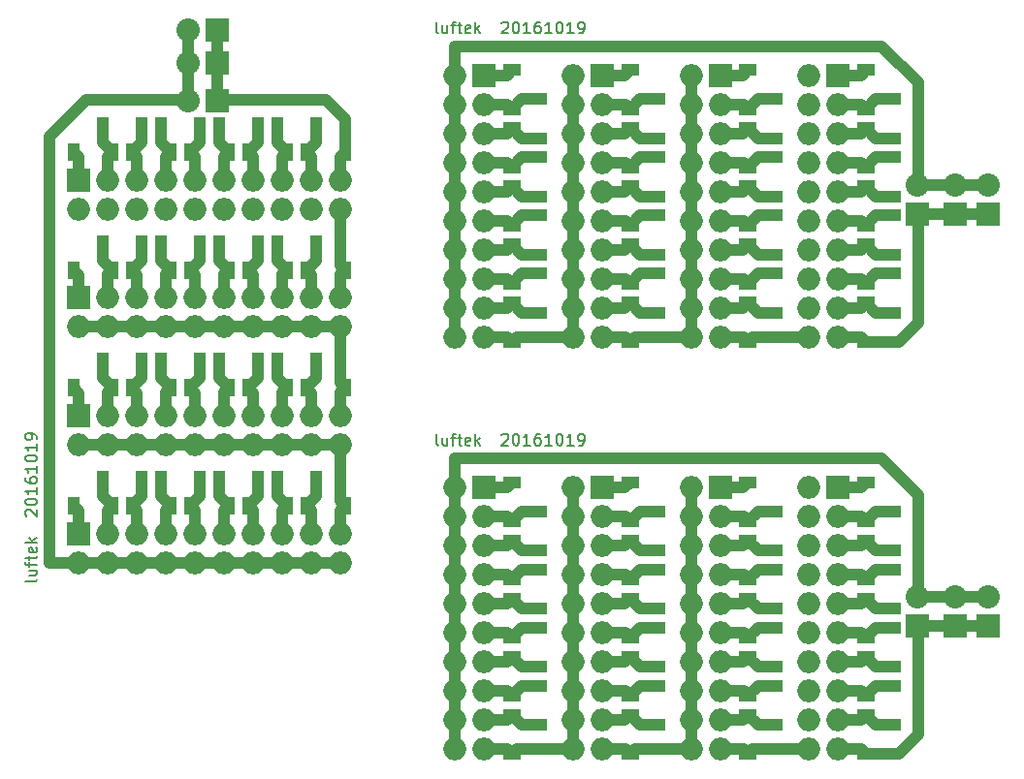
<source format=gtl>
%MOIN*%
%OFA0B0*%
%FSLAX46Y46*%
%IPPOS*%
%LPD*%
%ADD10C,0.005905511811023622*%
%ADD11R,0.062992125984251982X0.03937007874015748*%
%ADD12O,0.07874015748031496X0.07874015748031496*%
%ADD13R,0.07874015748031496X0.07874015748031496*%
%ADD14R,0.08X0.08*%
%ADD15O,0.08X0.08*%
%ADD16C,0.03937007874015748*%
%ADD27C,0.005905511811023622*%
%ADD28R,0.062992125984251982X0.03937007874015748*%
%ADD29O,0.07874015748031496X0.07874015748031496*%
%ADD30R,0.07874015748031496X0.07874015748031496*%
%ADD31R,0.08X0.08*%
%ADD32O,0.08X0.08*%
%ADD33C,0.03937007874015748*%
%ADD44C,0.005905511811023622*%
%ADD45R,0.03937007874015748X0.062992125984251982*%
%ADD46O,0.07874015748031496X0.07874015748031496*%
%ADD47R,0.07874015748031496X0.07874015748031496*%
%ADD48R,0.08X0.08*%
%ADD49O,0.08X0.08*%
%ADD50C,0.03937007874015748*%
%LPD*%
G01G01*
D10*
X0001993719Y0002456599D02*
X0001989970Y0002458473D01*
X0001988095Y0002462223D01*
X0001988095Y0002495969D01*
X0002025590Y0002482845D02*
X0002025590Y0002456599D01*
X0002008717Y0002482845D02*
X0002008717Y0002462223D01*
X0002010592Y0002458473D01*
X0002014341Y0002456599D01*
X0002019966Y0002456599D01*
X0002023715Y0002458473D01*
X0002025590Y0002460348D01*
X0002038713Y0002482845D02*
X0002053712Y0002482845D01*
X0002044338Y0002456599D02*
X0002044338Y0002490344D01*
X0002046212Y0002494094D01*
X0002049962Y0002495969D01*
X0002053712Y0002495969D01*
X0002061211Y0002482845D02*
X0002076209Y0002482845D01*
X0002066835Y0002495969D02*
X0002066835Y0002462223D01*
X0002068710Y0002458473D01*
X0002072459Y0002456599D01*
X0002076209Y0002456599D01*
X0002104330Y0002458473D02*
X0002100581Y0002456599D01*
X0002093082Y0002456599D01*
X0002089332Y0002458473D01*
X0002087457Y0002462223D01*
X0002087457Y0002477221D01*
X0002089332Y0002480971D01*
X0002093082Y0002482845D01*
X0002100581Y0002482845D01*
X0002104330Y0002480971D01*
X0002106205Y0002477221D01*
X0002106205Y0002473472D01*
X0002087457Y0002469722D01*
X0002123078Y0002456599D02*
X0002123078Y0002495969D01*
X0002126827Y0002471597D02*
X0002138076Y0002456599D01*
X0002138076Y0002482845D02*
X0002123078Y0002467847D01*
X0002213067Y0002492219D02*
X0002214941Y0002494094D01*
X0002218691Y0002495969D01*
X0002228065Y0002495969D01*
X0002231814Y0002494094D01*
X0002233689Y0002492219D01*
X0002235564Y0002488470D01*
X0002235564Y0002484720D01*
X0002233689Y0002479096D01*
X0002211192Y0002456599D01*
X0002235564Y0002456599D01*
X0002259936Y0002495969D02*
X0002263685Y0002495969D01*
X0002267435Y0002494094D01*
X0002269310Y0002492219D01*
X0002271184Y0002488470D01*
X0002273059Y0002480971D01*
X0002273059Y0002471597D01*
X0002271184Y0002464098D01*
X0002269310Y0002460348D01*
X0002267435Y0002458473D01*
X0002263685Y0002456599D01*
X0002259936Y0002456599D01*
X0002256186Y0002458473D01*
X0002254311Y0002460348D01*
X0002252437Y0002464098D01*
X0002250562Y0002471597D01*
X0002250562Y0002480971D01*
X0002252437Y0002488470D01*
X0002254311Y0002492219D01*
X0002256186Y0002494094D01*
X0002259936Y0002495969D01*
X0002310554Y0002456599D02*
X0002288057Y0002456599D01*
X0002299306Y0002456599D02*
X0002299306Y0002495969D01*
X0002295556Y0002490344D01*
X0002291807Y0002486595D01*
X0002288057Y0002484720D01*
X0002344300Y0002495969D02*
X0002336801Y0002495969D01*
X0002333052Y0002494094D01*
X0002331177Y0002492219D01*
X0002327427Y0002486595D01*
X0002325553Y0002479096D01*
X0002325553Y0002464098D01*
X0002327427Y0002460348D01*
X0002329302Y0002458473D01*
X0002333052Y0002456599D01*
X0002340551Y0002456599D01*
X0002344300Y0002458473D01*
X0002346175Y0002460348D01*
X0002348050Y0002464098D01*
X0002348050Y0002473472D01*
X0002346175Y0002477221D01*
X0002344300Y0002479096D01*
X0002340551Y0002480971D01*
X0002333052Y0002480971D01*
X0002329302Y0002479096D01*
X0002327427Y0002477221D01*
X0002325553Y0002473472D01*
X0002385545Y0002456599D02*
X0002363048Y0002456599D01*
X0002374296Y0002456599D02*
X0002374296Y0002495969D01*
X0002370547Y0002490344D01*
X0002366797Y0002486595D01*
X0002363048Y0002484720D01*
X0002409917Y0002495969D02*
X0002413667Y0002495969D01*
X0002417416Y0002494094D01*
X0002419291Y0002492219D01*
X0002421166Y0002488470D01*
X0002423040Y0002480971D01*
X0002423040Y0002471597D01*
X0002421166Y0002464098D01*
X0002419291Y0002460348D01*
X0002417416Y0002458473D01*
X0002413667Y0002456599D01*
X0002409917Y0002456599D01*
X0002406167Y0002458473D01*
X0002404293Y0002460348D01*
X0002402418Y0002464098D01*
X0002400543Y0002471597D01*
X0002400543Y0002480971D01*
X0002402418Y0002488470D01*
X0002404293Y0002492219D01*
X0002406167Y0002494094D01*
X0002409917Y0002495969D01*
X0002460536Y0002456599D02*
X0002438038Y0002456599D01*
X0002449287Y0002456599D02*
X0002449287Y0002495969D01*
X0002445538Y0002490344D01*
X0002441788Y0002486595D01*
X0002438038Y0002484720D01*
X0002479283Y0002456599D02*
X0002486782Y0002456599D01*
X0002490532Y0002458473D01*
X0002492407Y0002460348D01*
X0002496156Y0002465973D01*
X0002498031Y0002473472D01*
X0002498031Y0002488470D01*
X0002496156Y0002492219D01*
X0002494281Y0002494094D01*
X0002490532Y0002495969D01*
X0002483033Y0002495969D01*
X0002479283Y0002494094D01*
X0002477409Y0002492219D01*
X0002475534Y0002488470D01*
X0002475534Y0002479096D01*
X0002477409Y0002475346D01*
X0002479283Y0002473472D01*
X0002483033Y0002471597D01*
X0002490532Y0002471597D01*
X0002494281Y0002473472D01*
X0002496156Y0002475346D01*
X0002498031Y0002479096D01*
D11*
X0002654171Y0002129579D03*
X0002654171Y0001995721D03*
X0002248856Y0001395721D03*
X0002248856Y0001529579D03*
D12*
X0003268856Y0001411705D03*
X0003368856Y0001411705D03*
X0003268856Y0001511705D03*
X0003368856Y0001511705D03*
X0003268856Y0001611705D03*
X0003368856Y0001611705D03*
X0003268856Y0001711705D03*
X0003368856Y0001711705D03*
X0003268856Y0001811705D03*
X0003368856Y0001811705D03*
X0003268856Y0001911705D03*
X0003368856Y0001911705D03*
X0003268856Y0002011705D03*
X0003368856Y0002011705D03*
X0003268856Y0002111705D03*
X0003368856Y0002111705D03*
X0003268856Y0002211705D03*
X0003368856Y0002211705D03*
X0003268856Y0002311705D03*
D13*
X0003368856Y0002311705D03*
D11*
X0003554800Y0001829579D03*
X0003554800Y0001695721D03*
X0003464800Y0001595721D03*
X0003464800Y0001729579D03*
X0003554800Y0001495721D03*
X0003554800Y0001629579D03*
X0003464800Y0001529579D03*
X0003464800Y0001395721D03*
X0003554800Y0002229579D03*
X0003554800Y0002095721D03*
X0003464800Y0001995721D03*
X0003464800Y0002129579D03*
X0003554800Y0001895721D03*
X0003554800Y0002029579D03*
X0003464800Y0001929579D03*
X0003464800Y0001795721D03*
X0003464800Y0002329579D03*
X0003464800Y0002195721D03*
D13*
X0002963541Y0002311705D03*
D12*
X0002863541Y0002311705D03*
X0002963541Y0002211705D03*
X0002863541Y0002211705D03*
X0002963541Y0002111705D03*
X0002863541Y0002111705D03*
X0002963541Y0002011705D03*
X0002863541Y0002011705D03*
X0002963541Y0001911705D03*
X0002863541Y0001911705D03*
X0002963541Y0001811705D03*
X0002863541Y0001811705D03*
X0002963541Y0001711705D03*
X0002863541Y0001711705D03*
X0002963541Y0001611705D03*
X0002863541Y0001611705D03*
X0002963541Y0001511705D03*
X0002863541Y0001511705D03*
X0002963541Y0001411705D03*
X0002863541Y0001411705D03*
D11*
X0003149485Y0001695721D03*
X0003149485Y0001829579D03*
X0003059485Y0001729579D03*
X0003059485Y0001595721D03*
X0003149485Y0001629579D03*
X0003149485Y0001495721D03*
X0003059485Y0001395721D03*
X0003059485Y0001529579D03*
X0003149485Y0002095721D03*
X0003149485Y0002229579D03*
X0003059485Y0002129579D03*
X0003059485Y0001995721D03*
X0003149485Y0002029579D03*
X0003149485Y0001895721D03*
X0003059485Y0001795721D03*
X0003059485Y0001929579D03*
X0003059485Y0002195721D03*
X0003059485Y0002329579D03*
D13*
X0002558226Y0002311705D03*
D12*
X0002458226Y0002311705D03*
X0002558226Y0002211705D03*
X0002458226Y0002211705D03*
X0002558226Y0002111705D03*
X0002458226Y0002111705D03*
X0002558226Y0002011705D03*
X0002458226Y0002011705D03*
X0002558226Y0001911705D03*
X0002458226Y0001911705D03*
X0002558226Y0001811705D03*
X0002458226Y0001811705D03*
X0002558226Y0001711705D03*
X0002458226Y0001711705D03*
X0002558226Y0001611705D03*
X0002458226Y0001611705D03*
X0002558226Y0001511705D03*
X0002458226Y0001511705D03*
X0002558226Y0001411705D03*
X0002458226Y0001411705D03*
D11*
X0002744171Y0001695721D03*
X0002744171Y0001829579D03*
X0002654171Y0001729579D03*
X0002654171Y0001595721D03*
X0002744171Y0001629579D03*
X0002744171Y0001495721D03*
X0002654171Y0001395721D03*
X0002654171Y0001529579D03*
X0002744171Y0002095721D03*
X0002744171Y0002229579D03*
X0002744171Y0002029579D03*
X0002744171Y0001895721D03*
X0002654171Y0001795721D03*
X0002654171Y0001929579D03*
X0002654171Y0002195721D03*
X0002654171Y0002329579D03*
X0002338856Y0002095721D03*
X0002338856Y0002229579D03*
X0002338856Y0002029579D03*
X0002338856Y0001895721D03*
X0002338856Y0001695721D03*
X0002338856Y0001829579D03*
X0002338856Y0001629579D03*
X0002338856Y0001495721D03*
X0002248856Y0002195721D03*
X0002248856Y0002329579D03*
X0002248856Y0002129579D03*
X0002248856Y0001995721D03*
X0002248856Y0001795721D03*
X0002248856Y0001929579D03*
X0002248856Y0001729579D03*
X0002248856Y0001595721D03*
D13*
X0002152911Y0002311705D03*
D12*
X0002052911Y0002311705D03*
X0002152911Y0002211705D03*
X0002052911Y0002211705D03*
X0002152911Y0002111705D03*
X0002052911Y0002111705D03*
X0002152911Y0002011705D03*
X0002052911Y0002011705D03*
X0002152911Y0001911705D03*
X0002052911Y0001911705D03*
X0002152911Y0001811705D03*
X0002052911Y0001811705D03*
X0002152911Y0001711705D03*
X0002052911Y0001711705D03*
X0002152911Y0001611705D03*
X0002052911Y0001611705D03*
X0002152911Y0001511705D03*
X0002052911Y0001511705D03*
X0002152911Y0001411705D03*
X0002052911Y0001411705D03*
D14*
X0003641732Y0001835039D03*
D15*
X0003641732Y0001935039D03*
X0003770866Y0001934645D03*
D14*
X0003770866Y0001834645D03*
X0003885433Y0001834645D03*
D15*
X0003885433Y0001934645D03*
D16*
X0002152911Y0002311705D02*
X0002230982Y0002311705D01*
X0002230982Y0002311705D02*
X0002248856Y0002329579D01*
X0003643800Y0002286750D02*
X0003643800Y0001960529D01*
X0003518800Y0002411750D02*
X0003643800Y0002286750D01*
X0002052911Y0002411695D02*
X0003487299Y0002411695D01*
X0003487299Y0002411695D02*
X0003487354Y0002411750D01*
X0003487354Y0002411750D02*
X0003518800Y0002411750D01*
X0002052911Y0002311705D02*
X0002052911Y0002411695D01*
X0003643800Y0001960529D02*
X0003645669Y0001958661D01*
X0003645669Y0001958661D02*
X0003669291Y0001935039D01*
X0003770866Y0001934645D02*
X0003885433Y0001934645D01*
X0003641732Y0001935039D02*
X0003770866Y0001934645D01*
X0002052911Y0002211705D02*
X0002052911Y0002311705D01*
X0002052911Y0002111705D02*
X0002052911Y0002211705D01*
X0002052911Y0002011705D02*
X0002052911Y0002111705D01*
X0002052911Y0001911705D02*
X0002052911Y0002011705D01*
X0002052911Y0001811705D02*
X0002052911Y0001911705D01*
X0002052911Y0001711705D02*
X0002052911Y0001811705D01*
X0002052911Y0001611705D02*
X0002052911Y0001711705D01*
X0002052911Y0001511705D02*
X0002052911Y0001611705D01*
X0002052911Y0001411705D02*
X0002052911Y0001511705D01*
X0002558226Y0002311705D02*
X0002636297Y0002311705D01*
X0002636297Y0002311705D02*
X0002654171Y0002329579D01*
X0002963541Y0002311705D02*
X0003041611Y0002311705D01*
X0003041611Y0002311705D02*
X0003059485Y0002329579D01*
X0003368856Y0002311705D02*
X0003446926Y0002311705D01*
X0003446926Y0002311705D02*
X0003464800Y0002329579D01*
X0002338856Y0002229579D02*
X0002282714Y0002229579D01*
X0002282714Y0002229579D02*
X0002248856Y0002195721D01*
X0002152911Y0002211705D02*
X0002232871Y0002211705D01*
X0002232871Y0002211705D02*
X0002248856Y0002195721D01*
X0002152911Y0002111705D02*
X0002230982Y0002111705D01*
X0002230982Y0002111705D02*
X0002248856Y0002129579D01*
X0002338856Y0002095721D02*
X0002282714Y0002095721D01*
X0002282714Y0002095721D02*
X0002248856Y0002129579D01*
X0002338856Y0002029579D02*
X0002282714Y0002029579D01*
X0002282714Y0002029579D02*
X0002248856Y0001995721D01*
X0002152911Y0002011705D02*
X0002232871Y0002011705D01*
X0002232871Y0002011705D02*
X0002248856Y0001995721D01*
X0002152911Y0001911705D02*
X0002230982Y0001911705D01*
X0002230982Y0001911705D02*
X0002248856Y0001929579D01*
X0002338856Y0001895721D02*
X0002282714Y0001895721D01*
X0002282714Y0001895721D02*
X0002248856Y0001929579D01*
X0002338856Y0001829579D02*
X0002282714Y0001829579D01*
X0002282714Y0001829579D02*
X0002248856Y0001795721D01*
X0002152911Y0001811705D02*
X0002232871Y0001811705D01*
X0002232871Y0001811705D02*
X0002248856Y0001795721D01*
X0002152911Y0001711705D02*
X0002230982Y0001711705D01*
X0002230982Y0001711705D02*
X0002248856Y0001729579D01*
X0002338856Y0001695721D02*
X0002282714Y0001695721D01*
X0002282714Y0001695721D02*
X0002248856Y0001729579D01*
X0002338856Y0001629579D02*
X0002282714Y0001629579D01*
X0002282714Y0001629579D02*
X0002248856Y0001595721D01*
X0002152911Y0001611705D02*
X0002232871Y0001611705D01*
X0002232871Y0001611705D02*
X0002248856Y0001595721D01*
X0002152911Y0001511705D02*
X0002230982Y0001511705D01*
X0002230982Y0001511705D02*
X0002248856Y0001529579D01*
X0002338856Y0001495721D02*
X0002282714Y0001495721D01*
X0002282714Y0001495721D02*
X0002248856Y0001529579D01*
X0002458226Y0001411705D02*
X0002264840Y0001411705D01*
X0002458226Y0002311705D02*
X0002458226Y0001411705D01*
X0002264840Y0001411705D02*
X0002248856Y0001395721D01*
X0002152911Y0001411705D02*
X0002232871Y0001411705D01*
X0002232871Y0001411705D02*
X0002248856Y0001395721D01*
X0002558226Y0002211705D02*
X0002638186Y0002211705D01*
X0002638186Y0002211705D02*
X0002654171Y0002195721D01*
X0002744171Y0002229579D02*
X0002688029Y0002229579D01*
X0002688029Y0002229579D02*
X0002654171Y0002195721D01*
X0002558226Y0002111705D02*
X0002636297Y0002111705D01*
X0002636297Y0002111705D02*
X0002654171Y0002129579D01*
X0002744171Y0002095721D02*
X0002688029Y0002095721D01*
X0002688029Y0002095721D02*
X0002654171Y0002129579D01*
X0002558226Y0002011705D02*
X0002638186Y0002011705D01*
X0002638186Y0002011705D02*
X0002654171Y0001995721D01*
X0002744171Y0002029579D02*
X0002688029Y0002029579D01*
X0002688029Y0002029579D02*
X0002654171Y0001995721D01*
X0002558226Y0001911705D02*
X0002636297Y0001911705D01*
X0002636297Y0001911705D02*
X0002654171Y0001929579D01*
X0002744171Y0001895721D02*
X0002688029Y0001895721D01*
X0002688029Y0001895721D02*
X0002654171Y0001929579D01*
X0002558226Y0001811705D02*
X0002638186Y0001811705D01*
X0002638186Y0001811705D02*
X0002654171Y0001795721D01*
X0002744171Y0001829579D02*
X0002688029Y0001829579D01*
X0002688029Y0001829579D02*
X0002654171Y0001795721D01*
X0002558226Y0001711705D02*
X0002636297Y0001711705D01*
X0002636297Y0001711705D02*
X0002654171Y0001729579D01*
X0002744171Y0001695721D02*
X0002688029Y0001695721D01*
X0002688029Y0001695721D02*
X0002654171Y0001729579D01*
X0002558226Y0001611705D02*
X0002638186Y0001611705D01*
X0002638186Y0001611705D02*
X0002654171Y0001595721D01*
X0002744171Y0001629579D02*
X0002688029Y0001629579D01*
X0002688029Y0001629579D02*
X0002654171Y0001595721D01*
X0002558226Y0001511705D02*
X0002636297Y0001511705D01*
X0002636297Y0001511705D02*
X0002654171Y0001529579D01*
X0002744171Y0001495721D02*
X0002688029Y0001495721D01*
X0002688029Y0001495721D02*
X0002654171Y0001529579D01*
X0002863541Y0001411705D02*
X0002670155Y0001411705D01*
X0002863541Y0001911705D02*
X0002863541Y0001411705D01*
X0002863541Y0002011705D02*
X0002863541Y0001911705D01*
X0002863541Y0002111705D02*
X0002863541Y0002011705D01*
X0002863541Y0002211705D02*
X0002863541Y0002111705D01*
X0002863541Y0002311705D02*
X0002863541Y0002211705D01*
X0002670155Y0001411705D02*
X0002654171Y0001395721D01*
X0002558226Y0001411705D02*
X0002638186Y0001411705D01*
X0002638186Y0001411705D02*
X0002654171Y0001395721D01*
X0003149485Y0002229579D02*
X0003093344Y0002229579D01*
X0003093344Y0002229579D02*
X0003059485Y0002195721D01*
X0002963541Y0002211705D02*
X0003043501Y0002211705D01*
X0003043501Y0002211705D02*
X0003059485Y0002195721D01*
X0003149485Y0002095721D02*
X0003093344Y0002095721D01*
X0003093344Y0002095721D02*
X0003059485Y0002129579D01*
X0002963541Y0002111705D02*
X0003041611Y0002111705D01*
X0003041611Y0002111705D02*
X0003059485Y0002129579D01*
X0003149485Y0002029579D02*
X0003093344Y0002029579D01*
X0003093344Y0002029579D02*
X0003059485Y0001995721D01*
X0002963541Y0002011705D02*
X0003043501Y0002011705D01*
X0003043501Y0002011705D02*
X0003059485Y0001995721D01*
X0003149485Y0001895721D02*
X0003093344Y0001895721D01*
X0003093344Y0001895721D02*
X0003059485Y0001929579D01*
X0002963541Y0001911705D02*
X0003041611Y0001911705D01*
X0003041611Y0001911705D02*
X0003059485Y0001929579D01*
X0003149485Y0001829579D02*
X0003093344Y0001829579D01*
X0003093344Y0001829579D02*
X0003059485Y0001795721D01*
X0002963541Y0001811705D02*
X0003043501Y0001811705D01*
X0003043501Y0001811705D02*
X0003059485Y0001795721D01*
X0003149485Y0001695721D02*
X0003093344Y0001695721D01*
X0003093344Y0001695721D02*
X0003059485Y0001729579D01*
X0002963541Y0001711705D02*
X0003041611Y0001711705D01*
X0003041611Y0001711705D02*
X0003059485Y0001729579D01*
X0003149485Y0001629579D02*
X0003093344Y0001629579D01*
X0003093344Y0001629579D02*
X0003059485Y0001595721D01*
X0002963541Y0001611705D02*
X0003043501Y0001611705D01*
X0003043501Y0001611705D02*
X0003059485Y0001595721D01*
X0003149485Y0001495721D02*
X0003093344Y0001495721D01*
X0003093344Y0001495721D02*
X0003059485Y0001529579D01*
X0002963541Y0001511705D02*
X0003041611Y0001511705D01*
X0003041611Y0001511705D02*
X0003059485Y0001529579D01*
X0003268856Y0001411705D02*
X0003075470Y0001411705D01*
X0003075470Y0001411705D02*
X0003059485Y0001395721D01*
X0002963541Y0001411705D02*
X0003043501Y0001411705D01*
X0003043501Y0001411705D02*
X0003059485Y0001395721D01*
X0003554800Y0002229579D02*
X0003498659Y0002229579D01*
X0003498659Y0002229579D02*
X0003464800Y0002195721D01*
X0003368856Y0002211705D02*
X0003448816Y0002211705D01*
X0003448816Y0002211705D02*
X0003464800Y0002195721D01*
X0003554800Y0002095721D02*
X0003498659Y0002095721D01*
X0003498659Y0002095721D02*
X0003464800Y0002129579D01*
X0003368856Y0002111705D02*
X0003446926Y0002111705D01*
X0003446926Y0002111705D02*
X0003464800Y0002129579D01*
X0003554800Y0002029579D02*
X0003498659Y0002029579D01*
X0003498659Y0002029579D02*
X0003464800Y0001995721D01*
X0003368856Y0002011705D02*
X0003448816Y0002011705D01*
X0003448816Y0002011705D02*
X0003464800Y0001995721D01*
X0003554800Y0001895721D02*
X0003498659Y0001895721D01*
X0003498659Y0001895721D02*
X0003464800Y0001929579D01*
X0003368856Y0001911705D02*
X0003446926Y0001911705D01*
X0003446926Y0001911705D02*
X0003464800Y0001929579D01*
X0003554800Y0001829579D02*
X0003498659Y0001829579D01*
X0003498659Y0001829579D02*
X0003464800Y0001795721D01*
X0003368856Y0001811705D02*
X0003448816Y0001811705D01*
X0003448816Y0001811705D02*
X0003464800Y0001795721D01*
X0003554800Y0001695721D02*
X0003498659Y0001695721D01*
X0003498659Y0001695721D02*
X0003464800Y0001729579D01*
X0003368856Y0001711705D02*
X0003446926Y0001711705D01*
X0003446926Y0001711705D02*
X0003464800Y0001729579D01*
X0003554800Y0001629579D02*
X0003498659Y0001629579D01*
X0003498659Y0001629579D02*
X0003464800Y0001595721D01*
X0003368856Y0001611705D02*
X0003448816Y0001611705D01*
X0003448816Y0001611705D02*
X0003464800Y0001595721D01*
X0003554800Y0001495721D02*
X0003498659Y0001495721D01*
X0003498659Y0001495721D02*
X0003464800Y0001529579D01*
X0003368856Y0001511705D02*
X0003446926Y0001511705D01*
X0003446926Y0001511705D02*
X0003464800Y0001529579D01*
X0003464800Y0001395721D02*
X0003577771Y0001395721D01*
X0003577771Y0001395721D02*
X0003643800Y0001461750D01*
X0003643800Y0001461750D02*
X0003643800Y0001809549D01*
X0003643800Y0001809549D02*
X0003669291Y0001835039D01*
X0003770866Y0001834645D02*
X0003885433Y0001834645D01*
X0003641732Y0001835039D02*
X0003770866Y0001834645D01*
X0003368856Y0001411705D02*
X0003448816Y0001411705D01*
X0003448816Y0001411705D02*
X0003464800Y0001395721D01*
G04 next file*
G01G01G01G01*
D27*
X0001993719Y0003873922D02*
X0001989970Y0003875796D01*
X0001988095Y0003879546D01*
X0001988095Y0003913292D01*
X0002025589Y0003900168D02*
X0002025589Y0003873922D01*
X0002008716Y0003900168D02*
X0002008716Y0003879546D01*
X0002010592Y0003875796D01*
X0002014341Y0003873922D01*
X0002019966Y0003873922D01*
X0002023715Y0003875796D01*
X0002025589Y0003877671D01*
X0002038713Y0003900168D02*
X0002053712Y0003900168D01*
X0002044338Y0003873922D02*
X0002044338Y0003907667D01*
X0002046212Y0003911417D01*
X0002049961Y0003913292D01*
X0002053712Y0003913292D01*
X0002061211Y0003900168D02*
X0002076209Y0003900168D01*
X0002066835Y0003913292D02*
X0002066835Y0003879546D01*
X0002068709Y0003875796D01*
X0002072458Y0003873922D01*
X0002076209Y0003873922D01*
X0002104330Y0003875796D02*
X0002100581Y0003873922D01*
X0002093082Y0003873922D01*
X0002089332Y0003875796D01*
X0002087457Y0003879546D01*
X0002087457Y0003894544D01*
X0002089332Y0003898293D01*
X0002093082Y0003900168D01*
X0002100581Y0003900168D01*
X0002104330Y0003898293D01*
X0002106205Y0003894544D01*
X0002106205Y0003890793D01*
X0002087457Y0003887045D01*
X0002123078Y0003873922D02*
X0002123078Y0003913292D01*
X0002126827Y0003888920D02*
X0002138076Y0003873922D01*
X0002138076Y0003900168D02*
X0002123078Y0003885170D01*
X0002213067Y0003909542D02*
X0002214941Y0003911417D01*
X0002218691Y0003913292D01*
X0002228065Y0003913292D01*
X0002231814Y0003911417D01*
X0002233689Y0003909542D01*
X0002235564Y0003905793D01*
X0002235564Y0003902042D01*
X0002233689Y0003896419D01*
X0002211192Y0003873922D01*
X0002235564Y0003873922D01*
X0002259936Y0003913292D02*
X0002263685Y0003913292D01*
X0002267435Y0003911417D01*
X0002269310Y0003909542D01*
X0002271184Y0003905793D01*
X0002273059Y0003898293D01*
X0002273059Y0003888920D01*
X0002271184Y0003881421D01*
X0002269310Y0003877671D01*
X0002267435Y0003875796D01*
X0002263685Y0003873922D01*
X0002259936Y0003873922D01*
X0002256186Y0003875796D01*
X0002254311Y0003877671D01*
X0002252437Y0003881421D01*
X0002250562Y0003888920D01*
X0002250562Y0003898293D01*
X0002252437Y0003905793D01*
X0002254311Y0003909542D01*
X0002256186Y0003911417D01*
X0002259936Y0003913292D01*
X0002310554Y0003873922D02*
X0002288057Y0003873922D01*
X0002299306Y0003873922D02*
X0002299306Y0003913292D01*
X0002295556Y0003907667D01*
X0002291807Y0003903918D01*
X0002288057Y0003902042D01*
X0002344300Y0003913292D02*
X0002336801Y0003913292D01*
X0002333052Y0003911417D01*
X0002331177Y0003909542D01*
X0002327427Y0003903918D01*
X0002325553Y0003896419D01*
X0002325553Y0003881421D01*
X0002327427Y0003877671D01*
X0002329302Y0003875796D01*
X0002333052Y0003873922D01*
X0002340551Y0003873922D01*
X0002344300Y0003875796D01*
X0002346175Y0003877671D01*
X0002348050Y0003881421D01*
X0002348050Y0003890793D01*
X0002346175Y0003894544D01*
X0002344300Y0003896419D01*
X0002340551Y0003898293D01*
X0002333052Y0003898293D01*
X0002329302Y0003896419D01*
X0002327427Y0003894544D01*
X0002325553Y0003890793D01*
X0002385545Y0003873922D02*
X0002363048Y0003873922D01*
X0002374296Y0003873922D02*
X0002374296Y0003913292D01*
X0002370547Y0003907667D01*
X0002366797Y0003903918D01*
X0002363048Y0003902042D01*
X0002409917Y0003913292D02*
X0002413667Y0003913292D01*
X0002417416Y0003911417D01*
X0002419291Y0003909542D01*
X0002421166Y0003905793D01*
X0002423040Y0003898293D01*
X0002423040Y0003888920D01*
X0002421166Y0003881421D01*
X0002419291Y0003877671D01*
X0002417416Y0003875796D01*
X0002413667Y0003873922D01*
X0002409917Y0003873922D01*
X0002406167Y0003875796D01*
X0002404293Y0003877671D01*
X0002402418Y0003881421D01*
X0002400543Y0003888920D01*
X0002400543Y0003898293D01*
X0002402418Y0003905793D01*
X0002404293Y0003909542D01*
X0002406167Y0003911417D01*
X0002409917Y0003913292D01*
X0002460536Y0003873922D02*
X0002438038Y0003873922D01*
X0002449287Y0003873922D02*
X0002449287Y0003913292D01*
X0002445538Y0003907667D01*
X0002441788Y0003903918D01*
X0002438038Y0003902042D01*
X0002479283Y0003873922D02*
X0002486782Y0003873922D01*
X0002490532Y0003875796D01*
X0002492407Y0003877671D01*
X0002496156Y0003883295D01*
X0002498031Y0003890793D01*
X0002498031Y0003905793D01*
X0002496156Y0003909542D01*
X0002494281Y0003911417D01*
X0002490532Y0003913292D01*
X0002483033Y0003913292D01*
X0002479283Y0003911417D01*
X0002477409Y0003909542D01*
X0002475534Y0003905793D01*
X0002475534Y0003896419D01*
X0002477409Y0003892669D01*
X0002479283Y0003890793D01*
X0002483033Y0003888920D01*
X0002490532Y0003888920D01*
X0002494281Y0003890793D01*
X0002496156Y0003892669D01*
X0002498031Y0003896419D01*
D28*
X0002654171Y0003546902D03*
X0002654171Y0003413044D03*
X0002248856Y0002813044D03*
X0002248856Y0002946901D03*
D29*
X0003268856Y0002829028D03*
X0003368856Y0002829028D03*
X0003268856Y0002929028D03*
X0003368856Y0002929028D03*
X0003268856Y0003029028D03*
X0003368856Y0003029028D03*
X0003268856Y0003129028D03*
X0003368856Y0003129028D03*
X0003268856Y0003229028D03*
X0003368856Y0003229028D03*
X0003268856Y0003329028D03*
X0003368856Y0003329028D03*
X0003268856Y0003429027D03*
X0003368856Y0003429027D03*
X0003268856Y0003529027D03*
X0003368856Y0003529027D03*
X0003268856Y0003629028D03*
X0003368856Y0003629028D03*
X0003268856Y0003729028D03*
D30*
X0003368856Y0003729028D03*
D28*
X0003554800Y0003246902D03*
X0003554800Y0003113044D03*
X0003464800Y0003013044D03*
X0003464800Y0003146902D03*
X0003554800Y0002913044D03*
X0003554800Y0003046902D03*
X0003464800Y0002946901D03*
X0003464800Y0002813044D03*
X0003554800Y0003646902D03*
X0003554800Y0003513044D03*
X0003464800Y0003413044D03*
X0003464800Y0003546902D03*
X0003554800Y0003313044D03*
X0003554800Y0003446902D03*
X0003464800Y0003346901D03*
X0003464800Y0003213044D03*
X0003464800Y0003746902D03*
X0003464800Y0003613044D03*
D30*
X0002963541Y0003729028D03*
D29*
X0002863540Y0003729028D03*
X0002963541Y0003629028D03*
X0002863540Y0003629028D03*
X0002963541Y0003529027D03*
X0002863540Y0003529027D03*
X0002963541Y0003429027D03*
X0002863540Y0003429027D03*
X0002963541Y0003329028D03*
X0002863540Y0003329028D03*
X0002963541Y0003229028D03*
X0002863540Y0003229028D03*
X0002963541Y0003129028D03*
X0002863540Y0003129028D03*
X0002963541Y0003029028D03*
X0002863540Y0003029028D03*
X0002963541Y0002929028D03*
X0002863540Y0002929028D03*
X0002963541Y0002829028D03*
X0002863540Y0002829028D03*
D28*
X0003149485Y0003113044D03*
X0003149485Y0003246902D03*
X0003059484Y0003146902D03*
X0003059484Y0003013044D03*
X0003149485Y0003046902D03*
X0003149485Y0002913044D03*
X0003059484Y0002813044D03*
X0003059484Y0002946901D03*
X0003149485Y0003513044D03*
X0003149485Y0003646902D03*
X0003059484Y0003546902D03*
X0003059484Y0003413044D03*
X0003149485Y0003446902D03*
X0003149485Y0003313044D03*
X0003059484Y0003213044D03*
X0003059484Y0003346901D03*
X0003059484Y0003613044D03*
X0003059484Y0003746902D03*
D30*
X0002558226Y0003729028D03*
D29*
X0002458226Y0003729028D03*
X0002558226Y0003629028D03*
X0002458226Y0003629028D03*
X0002558226Y0003529027D03*
X0002458226Y0003529027D03*
X0002558226Y0003429027D03*
X0002458226Y0003429027D03*
X0002558226Y0003329028D03*
X0002458226Y0003329028D03*
X0002558226Y0003229028D03*
X0002458226Y0003229028D03*
X0002558226Y0003129028D03*
X0002458226Y0003129028D03*
X0002558226Y0003029028D03*
X0002458226Y0003029028D03*
X0002558226Y0002929028D03*
X0002458226Y0002929028D03*
X0002558226Y0002829028D03*
X0002458226Y0002829028D03*
D28*
X0002744171Y0003113044D03*
X0002744171Y0003246902D03*
X0002654171Y0003146902D03*
X0002654171Y0003013044D03*
X0002744171Y0003046902D03*
X0002744171Y0002913044D03*
X0002654171Y0002813044D03*
X0002654171Y0002946901D03*
X0002744171Y0003513044D03*
X0002744171Y0003646902D03*
X0002744171Y0003446902D03*
X0002744171Y0003313044D03*
X0002654171Y0003213044D03*
X0002654171Y0003346901D03*
X0002654171Y0003613044D03*
X0002654171Y0003746902D03*
X0002338856Y0003513044D03*
X0002338856Y0003646902D03*
X0002338856Y0003446902D03*
X0002338856Y0003313044D03*
X0002338856Y0003113044D03*
X0002338856Y0003246902D03*
X0002338856Y0003046902D03*
X0002338856Y0002913044D03*
X0002248856Y0003613044D03*
X0002248856Y0003746902D03*
X0002248856Y0003546902D03*
X0002248856Y0003413044D03*
X0002248856Y0003213044D03*
X0002248856Y0003346901D03*
X0002248856Y0003146902D03*
X0002248856Y0003013044D03*
D30*
X0002152911Y0003729028D03*
D29*
X0002052911Y0003729028D03*
X0002152911Y0003629028D03*
X0002052911Y0003629028D03*
X0002152911Y0003529027D03*
X0002052911Y0003529027D03*
X0002152911Y0003429027D03*
X0002052911Y0003429027D03*
X0002152911Y0003329028D03*
X0002052911Y0003329028D03*
X0002152911Y0003229028D03*
X0002052911Y0003229028D03*
X0002152911Y0003129028D03*
X0002052911Y0003129028D03*
X0002152911Y0003029028D03*
X0002052911Y0003029028D03*
X0002152911Y0002929028D03*
X0002052911Y0002929028D03*
X0002152911Y0002829028D03*
X0002052911Y0002829028D03*
D31*
X0003641732Y0003252362D03*
D32*
X0003641732Y0003352362D03*
X0003770866Y0003351968D03*
D31*
X0003770866Y0003251968D03*
X0003885433Y0003251968D03*
D32*
X0003885433Y0003351968D03*
D33*
X0002152911Y0003729028D02*
X0002230982Y0003729028D01*
X0002230982Y0003729028D02*
X0002248856Y0003746902D01*
X0003643800Y0003704073D02*
X0003643800Y0003377852D01*
X0003518800Y0003829073D02*
X0003643800Y0003704073D01*
X0002052911Y0003829018D02*
X0003487299Y0003829018D01*
X0003487299Y0003829018D02*
X0003487354Y0003829073D01*
X0003487354Y0003829073D02*
X0003518800Y0003829073D01*
X0002052911Y0003729028D02*
X0002052911Y0003829018D01*
X0003643800Y0003377852D02*
X0003645669Y0003375984D01*
X0003645669Y0003375984D02*
X0003669291Y0003352362D01*
X0003770866Y0003351968D02*
X0003885433Y0003351968D01*
X0003641732Y0003352362D02*
X0003770866Y0003351968D01*
X0002052911Y0003629028D02*
X0002052911Y0003729028D01*
X0002052911Y0003529027D02*
X0002052911Y0003629028D01*
X0002052911Y0003429027D02*
X0002052911Y0003529027D01*
X0002052911Y0003329028D02*
X0002052911Y0003429027D01*
X0002052911Y0003229028D02*
X0002052911Y0003329028D01*
X0002052911Y0003129028D02*
X0002052911Y0003229028D01*
X0002052911Y0003029028D02*
X0002052911Y0003129028D01*
X0002052911Y0002929028D02*
X0002052911Y0003029028D01*
X0002052911Y0002829028D02*
X0002052911Y0002929028D01*
X0002558226Y0003729028D02*
X0002636297Y0003729028D01*
X0002636297Y0003729028D02*
X0002654171Y0003746902D01*
X0002963541Y0003729028D02*
X0003041611Y0003729028D01*
X0003041611Y0003729028D02*
X0003059484Y0003746902D01*
X0003368856Y0003729028D02*
X0003446926Y0003729028D01*
X0003446926Y0003729028D02*
X0003464800Y0003746902D01*
X0002338856Y0003646902D02*
X0002282714Y0003646902D01*
X0002282714Y0003646902D02*
X0002248856Y0003613044D01*
X0002152911Y0003629028D02*
X0002232871Y0003629028D01*
X0002232871Y0003629028D02*
X0002248856Y0003613044D01*
X0002152911Y0003529027D02*
X0002230982Y0003529027D01*
X0002230982Y0003529027D02*
X0002248856Y0003546902D01*
X0002338856Y0003513044D02*
X0002282714Y0003513044D01*
X0002282714Y0003513044D02*
X0002248856Y0003546902D01*
X0002338856Y0003446902D02*
X0002282714Y0003446902D01*
X0002282714Y0003446902D02*
X0002248856Y0003413044D01*
X0002152911Y0003429027D02*
X0002232871Y0003429027D01*
X0002232871Y0003429027D02*
X0002248856Y0003413044D01*
X0002152911Y0003329028D02*
X0002230982Y0003329028D01*
X0002230982Y0003329028D02*
X0002248856Y0003346901D01*
X0002338856Y0003313044D02*
X0002282714Y0003313044D01*
X0002282714Y0003313044D02*
X0002248856Y0003346901D01*
X0002338856Y0003246902D02*
X0002282714Y0003246902D01*
X0002282714Y0003246902D02*
X0002248856Y0003213044D01*
X0002152911Y0003229028D02*
X0002232871Y0003229028D01*
X0002232871Y0003229028D02*
X0002248856Y0003213044D01*
X0002152911Y0003129028D02*
X0002230982Y0003129028D01*
X0002230982Y0003129028D02*
X0002248856Y0003146902D01*
X0002338856Y0003113044D02*
X0002282714Y0003113044D01*
X0002282714Y0003113044D02*
X0002248856Y0003146902D01*
X0002338856Y0003046902D02*
X0002282714Y0003046902D01*
X0002282714Y0003046902D02*
X0002248856Y0003013044D01*
X0002152911Y0003029028D02*
X0002232871Y0003029028D01*
X0002232871Y0003029028D02*
X0002248856Y0003013044D01*
X0002152911Y0002929028D02*
X0002230982Y0002929028D01*
X0002230982Y0002929028D02*
X0002248856Y0002946901D01*
X0002338856Y0002913044D02*
X0002282714Y0002913044D01*
X0002282714Y0002913044D02*
X0002248856Y0002946901D01*
X0002458226Y0002829028D02*
X0002264840Y0002829028D01*
X0002458226Y0003729028D02*
X0002458226Y0002829028D01*
X0002264840Y0002829028D02*
X0002248856Y0002813044D01*
X0002152911Y0002829028D02*
X0002232871Y0002829028D01*
X0002232871Y0002829028D02*
X0002248856Y0002813044D01*
X0002558226Y0003629028D02*
X0002638186Y0003629028D01*
X0002638186Y0003629028D02*
X0002654171Y0003613044D01*
X0002744171Y0003646902D02*
X0002688029Y0003646902D01*
X0002688029Y0003646902D02*
X0002654171Y0003613044D01*
X0002558226Y0003529027D02*
X0002636297Y0003529027D01*
X0002636297Y0003529027D02*
X0002654171Y0003546902D01*
X0002744171Y0003513044D02*
X0002688029Y0003513044D01*
X0002688029Y0003513044D02*
X0002654171Y0003546902D01*
X0002558226Y0003429027D02*
X0002638186Y0003429027D01*
X0002638186Y0003429027D02*
X0002654171Y0003413044D01*
X0002744171Y0003446902D02*
X0002688029Y0003446902D01*
X0002688029Y0003446902D02*
X0002654171Y0003413044D01*
X0002558226Y0003329028D02*
X0002636297Y0003329028D01*
X0002636297Y0003329028D02*
X0002654171Y0003346901D01*
X0002744171Y0003313044D02*
X0002688029Y0003313044D01*
X0002688029Y0003313044D02*
X0002654171Y0003346901D01*
X0002558226Y0003229028D02*
X0002638186Y0003229028D01*
X0002638186Y0003229028D02*
X0002654171Y0003213044D01*
X0002744171Y0003246902D02*
X0002688029Y0003246902D01*
X0002688029Y0003246902D02*
X0002654171Y0003213044D01*
X0002558226Y0003129028D02*
X0002636297Y0003129028D01*
X0002636297Y0003129028D02*
X0002654171Y0003146902D01*
X0002744171Y0003113044D02*
X0002688029Y0003113044D01*
X0002688029Y0003113044D02*
X0002654171Y0003146902D01*
X0002558226Y0003029028D02*
X0002638186Y0003029028D01*
X0002638186Y0003029028D02*
X0002654171Y0003013044D01*
X0002744171Y0003046902D02*
X0002688029Y0003046902D01*
X0002688029Y0003046902D02*
X0002654171Y0003013044D01*
X0002558226Y0002929028D02*
X0002636297Y0002929028D01*
X0002636297Y0002929028D02*
X0002654171Y0002946901D01*
X0002744171Y0002913044D02*
X0002688029Y0002913044D01*
X0002688029Y0002913044D02*
X0002654171Y0002946901D01*
X0002863540Y0002829028D02*
X0002670155Y0002829028D01*
X0002863540Y0003329028D02*
X0002863540Y0002829028D01*
X0002863540Y0003429027D02*
X0002863540Y0003329028D01*
X0002863540Y0003529027D02*
X0002863540Y0003429027D01*
X0002863540Y0003629028D02*
X0002863540Y0003529027D01*
X0002863540Y0003729028D02*
X0002863540Y0003629028D01*
X0002670155Y0002829028D02*
X0002654171Y0002813044D01*
X0002558226Y0002829028D02*
X0002638186Y0002829028D01*
X0002638186Y0002829028D02*
X0002654171Y0002813044D01*
X0003149485Y0003646902D02*
X0003093344Y0003646902D01*
X0003093344Y0003646902D02*
X0003059484Y0003613044D01*
X0002963541Y0003629028D02*
X0003043501Y0003629028D01*
X0003043501Y0003629028D02*
X0003059484Y0003613044D01*
X0003149485Y0003513044D02*
X0003093344Y0003513044D01*
X0003093344Y0003513044D02*
X0003059484Y0003546902D01*
X0002963541Y0003529027D02*
X0003041611Y0003529027D01*
X0003041611Y0003529027D02*
X0003059484Y0003546902D01*
X0003149485Y0003446902D02*
X0003093344Y0003446902D01*
X0003093344Y0003446902D02*
X0003059484Y0003413044D01*
X0002963541Y0003429027D02*
X0003043501Y0003429027D01*
X0003043501Y0003429027D02*
X0003059484Y0003413044D01*
X0003149485Y0003313044D02*
X0003093344Y0003313044D01*
X0003093344Y0003313044D02*
X0003059484Y0003346901D01*
X0002963541Y0003329028D02*
X0003041611Y0003329028D01*
X0003041611Y0003329028D02*
X0003059484Y0003346901D01*
X0003149485Y0003246902D02*
X0003093344Y0003246902D01*
X0003093344Y0003246902D02*
X0003059484Y0003213044D01*
X0002963541Y0003229028D02*
X0003043501Y0003229028D01*
X0003043501Y0003229028D02*
X0003059484Y0003213044D01*
X0003149485Y0003113044D02*
X0003093344Y0003113044D01*
X0003093344Y0003113044D02*
X0003059484Y0003146902D01*
X0002963541Y0003129028D02*
X0003041611Y0003129028D01*
X0003041611Y0003129028D02*
X0003059484Y0003146902D01*
X0003149485Y0003046902D02*
X0003093344Y0003046902D01*
X0003093344Y0003046902D02*
X0003059484Y0003013044D01*
X0002963541Y0003029028D02*
X0003043501Y0003029028D01*
X0003043501Y0003029028D02*
X0003059484Y0003013044D01*
X0003149485Y0002913044D02*
X0003093344Y0002913044D01*
X0003093344Y0002913044D02*
X0003059484Y0002946901D01*
X0002963541Y0002929028D02*
X0003041611Y0002929028D01*
X0003041611Y0002929028D02*
X0003059484Y0002946901D01*
X0003268856Y0002829028D02*
X0003075470Y0002829028D01*
X0003075470Y0002829028D02*
X0003059484Y0002813044D01*
X0002963541Y0002829028D02*
X0003043501Y0002829028D01*
X0003043501Y0002829028D02*
X0003059484Y0002813044D01*
X0003554800Y0003646902D02*
X0003498659Y0003646902D01*
X0003498659Y0003646902D02*
X0003464800Y0003613044D01*
X0003368856Y0003629028D02*
X0003448816Y0003629028D01*
X0003448816Y0003629028D02*
X0003464800Y0003613044D01*
X0003554800Y0003513044D02*
X0003498659Y0003513044D01*
X0003498659Y0003513044D02*
X0003464800Y0003546902D01*
X0003368856Y0003529027D02*
X0003446926Y0003529027D01*
X0003446926Y0003529027D02*
X0003464800Y0003546902D01*
X0003554800Y0003446902D02*
X0003498659Y0003446902D01*
X0003498659Y0003446902D02*
X0003464800Y0003413044D01*
X0003368856Y0003429027D02*
X0003448816Y0003429027D01*
X0003448816Y0003429027D02*
X0003464800Y0003413044D01*
X0003554800Y0003313044D02*
X0003498659Y0003313044D01*
X0003498659Y0003313044D02*
X0003464800Y0003346901D01*
X0003368856Y0003329028D02*
X0003446926Y0003329028D01*
X0003446926Y0003329028D02*
X0003464800Y0003346901D01*
X0003554800Y0003246902D02*
X0003498659Y0003246902D01*
X0003498659Y0003246902D02*
X0003464800Y0003213044D01*
X0003368856Y0003229028D02*
X0003448816Y0003229028D01*
X0003448816Y0003229028D02*
X0003464800Y0003213044D01*
X0003554800Y0003113044D02*
X0003498659Y0003113044D01*
X0003498659Y0003113044D02*
X0003464800Y0003146902D01*
X0003368856Y0003129028D02*
X0003446926Y0003129028D01*
X0003446926Y0003129028D02*
X0003464800Y0003146902D01*
X0003554800Y0003046902D02*
X0003498659Y0003046902D01*
X0003498659Y0003046902D02*
X0003464800Y0003013044D01*
X0003368856Y0003029028D02*
X0003448816Y0003029028D01*
X0003448816Y0003029028D02*
X0003464800Y0003013044D01*
X0003554800Y0002913044D02*
X0003498659Y0002913044D01*
X0003498659Y0002913044D02*
X0003464800Y0002946901D01*
X0003368856Y0002929028D02*
X0003446926Y0002929028D01*
X0003446926Y0002929028D02*
X0003464800Y0002946901D01*
X0003464800Y0002813044D02*
X0003577771Y0002813044D01*
X0003577771Y0002813044D02*
X0003643800Y0002879073D01*
X0003643800Y0002879073D02*
X0003643800Y0003226871D01*
X0003643800Y0003226871D02*
X0003669291Y0003252362D01*
X0003770866Y0003251968D02*
X0003885433Y0003251968D01*
X0003641732Y0003252362D02*
X0003770866Y0003251968D01*
X0003368856Y0002829028D02*
X0003448816Y0002829028D01*
X0003448816Y0002829028D02*
X0003464800Y0002813044D01*
G04 next file*
G04 #@! TF.FileFunction,Copper,L1,Top,Signal*
G04 Gerber Fmt 4.6, Leading zero omitted, Abs format (unit mm)*
G04 Created by KiCad (PCBNEW (2016-10-28 revision 192d4b8)-makepkg) date 11/16/16 20:27:21*
G01G01G01G01*
G04 APERTURE LIST*
G04 APERTURE END LIST*
D44*
X0000614266Y0001993719D02*
X0000612392Y0001989970D01*
X0000608642Y0001988095D01*
X0000574896Y0001988095D01*
X0000588020Y0002025589D02*
X0000614266Y0002025589D01*
X0000588020Y0002008716D02*
X0000608642Y0002008716D01*
X0000612392Y0002010592D01*
X0000614266Y0002014341D01*
X0000614266Y0002019966D01*
X0000612392Y0002023715D01*
X0000610517Y0002025589D01*
X0000588020Y0002038713D02*
X0000588020Y0002053712D01*
X0000614266Y0002044338D02*
X0000580521Y0002044338D01*
X0000576771Y0002046212D01*
X0000574896Y0002049961D01*
X0000574896Y0002053712D01*
X0000588020Y0002061211D02*
X0000588020Y0002076209D01*
X0000574896Y0002066835D02*
X0000608642Y0002066835D01*
X0000612392Y0002068709D01*
X0000614266Y0002072458D01*
X0000614266Y0002076209D01*
X0000612392Y0002104330D02*
X0000614266Y0002100581D01*
X0000614266Y0002093082D01*
X0000612392Y0002089332D01*
X0000608642Y0002087457D01*
X0000593644Y0002087457D01*
X0000589895Y0002089332D01*
X0000588020Y0002093082D01*
X0000588020Y0002100581D01*
X0000589895Y0002104330D01*
X0000593644Y0002106205D01*
X0000597394Y0002106205D01*
X0000601143Y0002087457D01*
X0000614266Y0002123078D02*
X0000574896Y0002123078D01*
X0000599268Y0002126827D02*
X0000614266Y0002138076D01*
X0000588020Y0002138076D02*
X0000603018Y0002123078D01*
X0000578646Y0002213067D02*
X0000576771Y0002214941D01*
X0000574896Y0002218691D01*
X0000574896Y0002228065D01*
X0000576771Y0002231814D01*
X0000578646Y0002233689D01*
X0000582395Y0002235564D01*
X0000586145Y0002235564D01*
X0000591769Y0002233689D01*
X0000614266Y0002211192D01*
X0000614266Y0002235564D01*
X0000574896Y0002259936D02*
X0000574896Y0002263685D01*
X0000576771Y0002267435D01*
X0000578646Y0002269310D01*
X0000582395Y0002271184D01*
X0000589895Y0002273059D01*
X0000599268Y0002273059D01*
X0000606767Y0002271184D01*
X0000610517Y0002269310D01*
X0000612392Y0002267435D01*
X0000614266Y0002263685D01*
X0000614266Y0002259936D01*
X0000612392Y0002256186D01*
X0000610517Y0002254311D01*
X0000606767Y0002252437D01*
X0000599268Y0002250562D01*
X0000589895Y0002250562D01*
X0000582395Y0002252437D01*
X0000578646Y0002254311D01*
X0000576771Y0002256186D01*
X0000574896Y0002259936D01*
X0000614266Y0002310554D02*
X0000614266Y0002288057D01*
X0000614266Y0002299306D02*
X0000574896Y0002299306D01*
X0000580521Y0002295556D01*
X0000584270Y0002291807D01*
X0000586145Y0002288057D01*
X0000574896Y0002344300D02*
X0000574896Y0002336801D01*
X0000576771Y0002333052D01*
X0000578646Y0002331177D01*
X0000584270Y0002327427D01*
X0000591769Y0002325553D01*
X0000606767Y0002325553D01*
X0000610517Y0002327427D01*
X0000612392Y0002329302D01*
X0000614266Y0002333052D01*
X0000614266Y0002340551D01*
X0000612392Y0002344300D01*
X0000610517Y0002346175D01*
X0000606767Y0002348050D01*
X0000597394Y0002348050D01*
X0000593644Y0002346175D01*
X0000591769Y0002344300D01*
X0000589895Y0002340551D01*
X0000589895Y0002333052D01*
X0000591769Y0002329302D01*
X0000593644Y0002327427D01*
X0000597394Y0002325553D01*
X0000614266Y0002385545D02*
X0000614266Y0002363048D01*
X0000614266Y0002374296D02*
X0000574896Y0002374296D01*
X0000580521Y0002370547D01*
X0000584270Y0002366797D01*
X0000586145Y0002363048D01*
X0000574896Y0002409917D02*
X0000574896Y0002413667D01*
X0000576771Y0002417416D01*
X0000578646Y0002419291D01*
X0000582395Y0002421166D01*
X0000589895Y0002423040D01*
X0000599268Y0002423040D01*
X0000606767Y0002421166D01*
X0000610517Y0002419291D01*
X0000612392Y0002417416D01*
X0000614266Y0002413667D01*
X0000614266Y0002409917D01*
X0000612392Y0002406167D01*
X0000610517Y0002404293D01*
X0000606767Y0002402418D01*
X0000599268Y0002400543D01*
X0000589895Y0002400543D01*
X0000582395Y0002402418D01*
X0000578646Y0002404293D01*
X0000576771Y0002406167D01*
X0000574896Y0002409917D01*
X0000614266Y0002460536D02*
X0000614266Y0002438038D01*
X0000614266Y0002449287D02*
X0000574896Y0002449287D01*
X0000580521Y0002445538D01*
X0000584270Y0002441788D01*
X0000586145Y0002438038D01*
X0000614266Y0002479283D02*
X0000614266Y0002486782D01*
X0000612392Y0002490532D01*
X0000610517Y0002492407D01*
X0000604893Y0002496156D01*
X0000597394Y0002498031D01*
X0000582395Y0002498031D01*
X0000578646Y0002496156D01*
X0000576771Y0002494281D01*
X0000574896Y0002490532D01*
X0000574896Y0002483033D01*
X0000576771Y0002479283D01*
X0000578646Y0002477409D01*
X0000582395Y0002475534D01*
X0000591769Y0002475534D01*
X0000595519Y0002477409D01*
X0000597394Y0002479283D01*
X0000599268Y0002483033D01*
X0000599268Y0002490532D01*
X0000597394Y0002494281D01*
X0000595519Y0002496156D01*
X0000591769Y0002498031D01*
D45*
X0000941286Y0002654171D03*
X0001075144Y0002654171D03*
X0001675144Y0002248856D03*
X0001541286Y0002248856D03*
D46*
X0001659160Y0003268856D03*
X0001659160Y0003368856D03*
X0001559159Y0003268856D03*
X0001559159Y0003368856D03*
X0001459160Y0003268856D03*
X0001459160Y0003368856D03*
X0001359160Y0003268856D03*
X0001359160Y0003368856D03*
X0001259160Y0003268856D03*
X0001259160Y0003368856D03*
X0001159160Y0003268856D03*
X0001159160Y0003368856D03*
X0001059160Y0003268856D03*
X0001059160Y0003368856D03*
X0000959160Y0003268856D03*
X0000959160Y0003368856D03*
X0000859160Y0003268856D03*
X0000859160Y0003368856D03*
X0000759160Y0003268856D03*
D47*
X0000759160Y0003368856D03*
D45*
X0001241286Y0003554800D03*
X0001375144Y0003554800D03*
X0001475144Y0003464800D03*
X0001341286Y0003464800D03*
X0001575144Y0003554800D03*
X0001441286Y0003554800D03*
X0001541286Y0003464800D03*
X0001675144Y0003464800D03*
X0000841285Y0003554800D03*
X0000975143Y0003554800D03*
X0001075144Y0003464800D03*
X0000941286Y0003464800D03*
X0001175144Y0003554800D03*
X0001041285Y0003554800D03*
X0001141286Y0003464800D03*
X0001275144Y0003464800D03*
X0000741285Y0003464800D03*
X0000875144Y0003464800D03*
D47*
X0000759160Y0002963541D03*
D46*
X0000759160Y0002863540D03*
X0000859160Y0002963541D03*
X0000859160Y0002863540D03*
X0000959160Y0002963541D03*
X0000959160Y0002863540D03*
X0001059160Y0002963541D03*
X0001059160Y0002863540D03*
X0001159160Y0002963541D03*
X0001159160Y0002863540D03*
X0001259160Y0002963541D03*
X0001259160Y0002863540D03*
X0001359160Y0002963541D03*
X0001359160Y0002863540D03*
X0001459160Y0002963541D03*
X0001459160Y0002863540D03*
X0001559159Y0002963541D03*
X0001559159Y0002863540D03*
X0001659160Y0002963541D03*
X0001659160Y0002863540D03*
D45*
X0001375144Y0003149485D03*
X0001241286Y0003149485D03*
X0001341286Y0003059484D03*
X0001475144Y0003059484D03*
X0001441286Y0003149485D03*
X0001575144Y0003149485D03*
X0001675144Y0003059484D03*
X0001541286Y0003059484D03*
X0000975143Y0003149485D03*
X0000841285Y0003149485D03*
X0000941286Y0003059484D03*
X0001075144Y0003059484D03*
X0001041285Y0003149485D03*
X0001175144Y0003149485D03*
X0001275144Y0003059484D03*
X0001141286Y0003059484D03*
X0000875144Y0003059484D03*
X0000741285Y0003059484D03*
D47*
X0000759160Y0002558226D03*
D46*
X0000759160Y0002458226D03*
X0000859160Y0002558226D03*
X0000859160Y0002458226D03*
X0000959160Y0002558226D03*
X0000959160Y0002458226D03*
X0001059160Y0002558226D03*
X0001059160Y0002458226D03*
X0001159160Y0002558226D03*
X0001159160Y0002458226D03*
X0001259160Y0002558226D03*
X0001259160Y0002458226D03*
X0001359160Y0002558226D03*
X0001359160Y0002458226D03*
X0001459160Y0002558226D03*
X0001459160Y0002458226D03*
X0001559159Y0002558226D03*
X0001559159Y0002458226D03*
X0001659160Y0002558226D03*
X0001659160Y0002458226D03*
D45*
X0001375144Y0002744171D03*
X0001241286Y0002744171D03*
X0001341286Y0002654171D03*
X0001475144Y0002654171D03*
X0001441286Y0002744171D03*
X0001575144Y0002744171D03*
X0001675144Y0002654171D03*
X0001541286Y0002654171D03*
X0000975143Y0002744171D03*
X0000841285Y0002744171D03*
X0001041285Y0002744171D03*
X0001175144Y0002744171D03*
X0001275144Y0002654171D03*
X0001141286Y0002654171D03*
X0000875144Y0002654171D03*
X0000741285Y0002654171D03*
X0000975143Y0002338856D03*
X0000841285Y0002338856D03*
X0001041285Y0002338856D03*
X0001175144Y0002338856D03*
X0001375144Y0002338856D03*
X0001241286Y0002338856D03*
X0001441286Y0002338856D03*
X0001575144Y0002338856D03*
X0000875144Y0002248856D03*
X0000741285Y0002248856D03*
X0000941286Y0002248856D03*
X0001075144Y0002248856D03*
X0001275144Y0002248856D03*
X0001141286Y0002248856D03*
X0001341286Y0002248856D03*
X0001475144Y0002248856D03*
D47*
X0000759160Y0002152911D03*
D46*
X0000759160Y0002052911D03*
X0000859160Y0002152911D03*
X0000859160Y0002052911D03*
X0000959160Y0002152911D03*
X0000959160Y0002052911D03*
X0001059160Y0002152911D03*
X0001059160Y0002052911D03*
X0001159160Y0002152911D03*
X0001159160Y0002052911D03*
X0001259160Y0002152911D03*
X0001259160Y0002052911D03*
X0001359160Y0002152911D03*
X0001359160Y0002052911D03*
X0001459160Y0002152911D03*
X0001459160Y0002052911D03*
X0001559159Y0002152911D03*
X0001559159Y0002052911D03*
X0001659160Y0002152911D03*
X0001659160Y0002052911D03*
D48*
X0001235826Y0003641732D03*
D49*
X0001135826Y0003641732D03*
X0001136220Y0003770866D03*
D48*
X0001236220Y0003770866D03*
X0001236220Y0003885433D03*
D49*
X0001136220Y0003885433D03*
D50*
X0000759160Y0002152911D02*
X0000759160Y0002230982D01*
X0000759160Y0002230982D02*
X0000741285Y0002248856D01*
X0000784115Y0003643800D02*
X0001110336Y0003643800D01*
X0000659115Y0003518800D02*
X0000784115Y0003643800D01*
X0000659170Y0002052911D02*
X0000659170Y0003487299D01*
X0000659170Y0003487299D02*
X0000659115Y0003487354D01*
X0000659115Y0003487354D02*
X0000659115Y0003518800D01*
X0000759160Y0002052911D02*
X0000659170Y0002052911D01*
X0001110336Y0003643800D02*
X0001112204Y0003645669D01*
X0001112204Y0003645669D02*
X0001135826Y0003669291D01*
X0001136220Y0003770866D02*
X0001136220Y0003885433D01*
X0001135826Y0003641732D02*
X0001136220Y0003770866D01*
X0000859160Y0002052911D02*
X0000759160Y0002052911D01*
X0000959160Y0002052911D02*
X0000859160Y0002052911D01*
X0001059160Y0002052911D02*
X0000959160Y0002052911D01*
X0001159160Y0002052911D02*
X0001059160Y0002052911D01*
X0001259160Y0002052911D02*
X0001159160Y0002052911D01*
X0001359160Y0002052911D02*
X0001259160Y0002052911D01*
X0001459160Y0002052911D02*
X0001359160Y0002052911D01*
X0001559159Y0002052911D02*
X0001459160Y0002052911D01*
X0001659160Y0002052911D02*
X0001559159Y0002052911D01*
X0000759160Y0002558226D02*
X0000759160Y0002636297D01*
X0000759160Y0002636297D02*
X0000741285Y0002654171D01*
X0000759160Y0002963541D02*
X0000759160Y0003041611D01*
X0000759160Y0003041611D02*
X0000741285Y0003059484D01*
X0000759160Y0003368856D02*
X0000759160Y0003446926D01*
X0000759160Y0003446926D02*
X0000741285Y0003464800D01*
X0000841285Y0002338856D02*
X0000841285Y0002282714D01*
X0000841285Y0002282714D02*
X0000875144Y0002248856D01*
X0000859160Y0002152911D02*
X0000859160Y0002232871D01*
X0000859160Y0002232871D02*
X0000875144Y0002248856D01*
X0000959160Y0002152911D02*
X0000959160Y0002230982D01*
X0000959160Y0002230982D02*
X0000941286Y0002248856D01*
X0000975143Y0002338856D02*
X0000975143Y0002282714D01*
X0000975143Y0002282714D02*
X0000941286Y0002248856D01*
X0001041285Y0002338856D02*
X0001041285Y0002282714D01*
X0001041285Y0002282714D02*
X0001075144Y0002248856D01*
X0001059160Y0002152911D02*
X0001059160Y0002232871D01*
X0001059160Y0002232871D02*
X0001075144Y0002248856D01*
X0001159160Y0002152911D02*
X0001159160Y0002230982D01*
X0001159160Y0002230982D02*
X0001141286Y0002248856D01*
X0001175144Y0002338856D02*
X0001175144Y0002282714D01*
X0001175144Y0002282714D02*
X0001141286Y0002248856D01*
X0001241286Y0002338856D02*
X0001241286Y0002282714D01*
X0001241286Y0002282714D02*
X0001275144Y0002248856D01*
X0001259160Y0002152911D02*
X0001259160Y0002232871D01*
X0001259160Y0002232871D02*
X0001275144Y0002248856D01*
X0001359160Y0002152911D02*
X0001359160Y0002230982D01*
X0001359160Y0002230982D02*
X0001341286Y0002248856D01*
X0001375144Y0002338856D02*
X0001375144Y0002282714D01*
X0001375144Y0002282714D02*
X0001341286Y0002248856D01*
X0001441286Y0002338856D02*
X0001441286Y0002282714D01*
X0001441286Y0002282714D02*
X0001475144Y0002248856D01*
X0001459160Y0002152911D02*
X0001459160Y0002232871D01*
X0001459160Y0002232871D02*
X0001475144Y0002248856D01*
X0001559159Y0002152911D02*
X0001559159Y0002230982D01*
X0001559159Y0002230982D02*
X0001541286Y0002248856D01*
X0001575144Y0002338856D02*
X0001575144Y0002282714D01*
X0001575144Y0002282714D02*
X0001541286Y0002248856D01*
X0001659160Y0002458226D02*
X0001659160Y0002264840D01*
X0000759160Y0002458226D02*
X0001659160Y0002458226D01*
X0001659160Y0002264840D02*
X0001675144Y0002248856D01*
X0001659160Y0002152911D02*
X0001659160Y0002232871D01*
X0001659160Y0002232871D02*
X0001675144Y0002248856D01*
X0000859160Y0002558226D02*
X0000859160Y0002638186D01*
X0000859160Y0002638186D02*
X0000875144Y0002654171D01*
X0000841285Y0002744171D02*
X0000841285Y0002688029D01*
X0000841285Y0002688029D02*
X0000875144Y0002654171D01*
X0000959160Y0002558226D02*
X0000959160Y0002636297D01*
X0000959160Y0002636297D02*
X0000941286Y0002654171D01*
X0000975143Y0002744171D02*
X0000975143Y0002688029D01*
X0000975143Y0002688029D02*
X0000941286Y0002654171D01*
X0001059160Y0002558226D02*
X0001059160Y0002638186D01*
X0001059160Y0002638186D02*
X0001075144Y0002654171D01*
X0001041285Y0002744171D02*
X0001041285Y0002688029D01*
X0001041285Y0002688029D02*
X0001075144Y0002654171D01*
X0001159160Y0002558226D02*
X0001159160Y0002636297D01*
X0001159160Y0002636297D02*
X0001141286Y0002654171D01*
X0001175144Y0002744171D02*
X0001175144Y0002688029D01*
X0001175144Y0002688029D02*
X0001141286Y0002654171D01*
X0001259160Y0002558226D02*
X0001259160Y0002638186D01*
X0001259160Y0002638186D02*
X0001275144Y0002654171D01*
X0001241286Y0002744171D02*
X0001241286Y0002688029D01*
X0001241286Y0002688029D02*
X0001275144Y0002654171D01*
X0001359160Y0002558226D02*
X0001359160Y0002636297D01*
X0001359160Y0002636297D02*
X0001341286Y0002654171D01*
X0001375144Y0002744171D02*
X0001375144Y0002688029D01*
X0001375144Y0002688029D02*
X0001341286Y0002654171D01*
X0001459160Y0002558226D02*
X0001459160Y0002638186D01*
X0001459160Y0002638186D02*
X0001475144Y0002654171D01*
X0001441286Y0002744171D02*
X0001441286Y0002688029D01*
X0001441286Y0002688029D02*
X0001475144Y0002654171D01*
X0001559159Y0002558226D02*
X0001559159Y0002636297D01*
X0001559159Y0002636297D02*
X0001541286Y0002654171D01*
X0001575144Y0002744171D02*
X0001575144Y0002688029D01*
X0001575144Y0002688029D02*
X0001541286Y0002654171D01*
X0001659160Y0002863540D02*
X0001659160Y0002670155D01*
X0001159160Y0002863540D02*
X0001659160Y0002863540D01*
X0001059160Y0002863540D02*
X0001159160Y0002863540D01*
X0000959160Y0002863540D02*
X0001059160Y0002863540D01*
X0000859160Y0002863540D02*
X0000959160Y0002863540D01*
X0000759160Y0002863540D02*
X0000859160Y0002863540D01*
X0001659160Y0002670155D02*
X0001675144Y0002654171D01*
X0001659160Y0002558226D02*
X0001659160Y0002638186D01*
X0001659160Y0002638186D02*
X0001675144Y0002654171D01*
X0000841285Y0003149485D02*
X0000841285Y0003093344D01*
X0000841285Y0003093344D02*
X0000875144Y0003059484D01*
X0000859160Y0002963541D02*
X0000859160Y0003043501D01*
X0000859160Y0003043501D02*
X0000875144Y0003059484D01*
X0000975143Y0003149485D02*
X0000975143Y0003093344D01*
X0000975143Y0003093344D02*
X0000941286Y0003059484D01*
X0000959160Y0002963541D02*
X0000959160Y0003041611D01*
X0000959160Y0003041611D02*
X0000941286Y0003059484D01*
X0001041285Y0003149485D02*
X0001041285Y0003093344D01*
X0001041285Y0003093344D02*
X0001075144Y0003059484D01*
X0001059160Y0002963541D02*
X0001059160Y0003043501D01*
X0001059160Y0003043501D02*
X0001075144Y0003059484D01*
X0001175144Y0003149485D02*
X0001175144Y0003093344D01*
X0001175144Y0003093344D02*
X0001141286Y0003059484D01*
X0001159160Y0002963541D02*
X0001159160Y0003041611D01*
X0001159160Y0003041611D02*
X0001141286Y0003059484D01*
X0001241286Y0003149485D02*
X0001241286Y0003093344D01*
X0001241286Y0003093344D02*
X0001275144Y0003059484D01*
X0001259160Y0002963541D02*
X0001259160Y0003043501D01*
X0001259160Y0003043501D02*
X0001275144Y0003059484D01*
X0001375144Y0003149485D02*
X0001375144Y0003093344D01*
X0001375144Y0003093344D02*
X0001341286Y0003059484D01*
X0001359160Y0002963541D02*
X0001359160Y0003041611D01*
X0001359160Y0003041611D02*
X0001341286Y0003059484D01*
X0001441286Y0003149485D02*
X0001441286Y0003093344D01*
X0001441286Y0003093344D02*
X0001475144Y0003059484D01*
X0001459160Y0002963541D02*
X0001459160Y0003043501D01*
X0001459160Y0003043501D02*
X0001475144Y0003059484D01*
X0001575144Y0003149485D02*
X0001575144Y0003093344D01*
X0001575144Y0003093344D02*
X0001541286Y0003059484D01*
X0001559159Y0002963541D02*
X0001559159Y0003041611D01*
X0001559159Y0003041611D02*
X0001541286Y0003059484D01*
X0001659160Y0003268856D02*
X0001659160Y0003075470D01*
X0001659160Y0003075470D02*
X0001675144Y0003059484D01*
X0001659160Y0002963541D02*
X0001659160Y0003043501D01*
X0001659160Y0003043501D02*
X0001675144Y0003059484D01*
X0000841285Y0003554800D02*
X0000841285Y0003498659D01*
X0000841285Y0003498659D02*
X0000875144Y0003464800D01*
X0000859160Y0003368856D02*
X0000859160Y0003448816D01*
X0000859160Y0003448816D02*
X0000875144Y0003464800D01*
X0000975143Y0003554800D02*
X0000975143Y0003498659D01*
X0000975143Y0003498659D02*
X0000941286Y0003464800D01*
X0000959160Y0003368856D02*
X0000959160Y0003446926D01*
X0000959160Y0003446926D02*
X0000941286Y0003464800D01*
X0001041285Y0003554800D02*
X0001041285Y0003498659D01*
X0001041285Y0003498659D02*
X0001075144Y0003464800D01*
X0001059160Y0003368856D02*
X0001059160Y0003448816D01*
X0001059160Y0003448816D02*
X0001075144Y0003464800D01*
X0001175144Y0003554800D02*
X0001175144Y0003498659D01*
X0001175144Y0003498659D02*
X0001141286Y0003464800D01*
X0001159160Y0003368856D02*
X0001159160Y0003446926D01*
X0001159160Y0003446926D02*
X0001141286Y0003464800D01*
X0001241286Y0003554800D02*
X0001241286Y0003498659D01*
X0001241286Y0003498659D02*
X0001275144Y0003464800D01*
X0001259160Y0003368856D02*
X0001259160Y0003448816D01*
X0001259160Y0003448816D02*
X0001275144Y0003464800D01*
X0001375144Y0003554800D02*
X0001375144Y0003498659D01*
X0001375144Y0003498659D02*
X0001341286Y0003464800D01*
X0001359160Y0003368856D02*
X0001359160Y0003446926D01*
X0001359160Y0003446926D02*
X0001341286Y0003464800D01*
X0001441286Y0003554800D02*
X0001441286Y0003498659D01*
X0001441286Y0003498659D02*
X0001475144Y0003464800D01*
X0001459160Y0003368856D02*
X0001459160Y0003448816D01*
X0001459160Y0003448816D02*
X0001475144Y0003464800D01*
X0001575144Y0003554800D02*
X0001575144Y0003498659D01*
X0001575144Y0003498659D02*
X0001541286Y0003464800D01*
X0001559159Y0003368856D02*
X0001559159Y0003446926D01*
X0001559159Y0003446926D02*
X0001541286Y0003464800D01*
X0001675144Y0003464800D02*
X0001675144Y0003577771D01*
X0001675144Y0003577771D02*
X0001609115Y0003643800D01*
X0001609115Y0003643800D02*
X0001261317Y0003643800D01*
X0001261317Y0003643800D02*
X0001235826Y0003669291D01*
X0001236220Y0003770866D02*
X0001236220Y0003885433D01*
X0001235826Y0003641732D02*
X0001236220Y0003770866D01*
X0001659160Y0003368856D02*
X0001659160Y0003448816D01*
X0001659160Y0003448816D02*
X0001675144Y0003464800D01*
M02*
</source>
